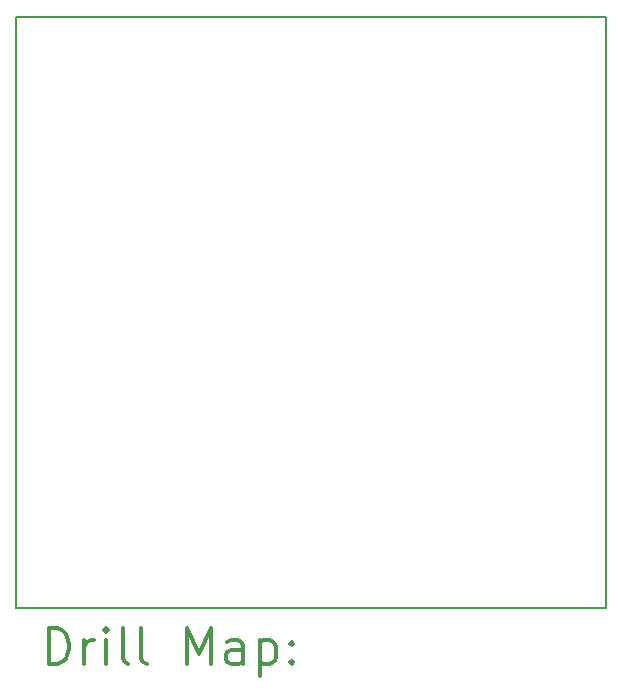
<source format=gbr>
%FSLAX45Y45*%
G04 Gerber Fmt 4.5, Leading zero omitted, Abs format (unit mm)*
G04 Created by KiCad (PCBNEW 5.0.0) date Sun Oct 21 13:39:20 2018*
%MOMM*%
%LPD*%
G01*
G04 APERTURE LIST*
%ADD10C,0.150000*%
%ADD11C,0.200000*%
%ADD12C,0.300000*%
G04 APERTURE END LIST*
D10*
X18000000Y-12500000D02*
X18000000Y-7500000D01*
X13000000Y-12500000D02*
X18000000Y-12500000D01*
X13000000Y-7500000D02*
X13000000Y-12500000D01*
X18000000Y-7500000D02*
X13000000Y-7500000D01*
D11*
D12*
X13278928Y-12973214D02*
X13278928Y-12673214D01*
X13350357Y-12673214D01*
X13393214Y-12687500D01*
X13421786Y-12716071D01*
X13436071Y-12744643D01*
X13450357Y-12801786D01*
X13450357Y-12844643D01*
X13436071Y-12901786D01*
X13421786Y-12930357D01*
X13393214Y-12958929D01*
X13350357Y-12973214D01*
X13278928Y-12973214D01*
X13578928Y-12973214D02*
X13578928Y-12773214D01*
X13578928Y-12830357D02*
X13593214Y-12801786D01*
X13607500Y-12787500D01*
X13636071Y-12773214D01*
X13664643Y-12773214D01*
X13764643Y-12973214D02*
X13764643Y-12773214D01*
X13764643Y-12673214D02*
X13750357Y-12687500D01*
X13764643Y-12701786D01*
X13778928Y-12687500D01*
X13764643Y-12673214D01*
X13764643Y-12701786D01*
X13950357Y-12973214D02*
X13921786Y-12958929D01*
X13907500Y-12930357D01*
X13907500Y-12673214D01*
X14107500Y-12973214D02*
X14078928Y-12958929D01*
X14064643Y-12930357D01*
X14064643Y-12673214D01*
X14450357Y-12973214D02*
X14450357Y-12673214D01*
X14550357Y-12887500D01*
X14650357Y-12673214D01*
X14650357Y-12973214D01*
X14921786Y-12973214D02*
X14921786Y-12816071D01*
X14907500Y-12787500D01*
X14878928Y-12773214D01*
X14821786Y-12773214D01*
X14793214Y-12787500D01*
X14921786Y-12958929D02*
X14893214Y-12973214D01*
X14821786Y-12973214D01*
X14793214Y-12958929D01*
X14778928Y-12930357D01*
X14778928Y-12901786D01*
X14793214Y-12873214D01*
X14821786Y-12858929D01*
X14893214Y-12858929D01*
X14921786Y-12844643D01*
X15064643Y-12773214D02*
X15064643Y-13073214D01*
X15064643Y-12787500D02*
X15093214Y-12773214D01*
X15150357Y-12773214D01*
X15178928Y-12787500D01*
X15193214Y-12801786D01*
X15207500Y-12830357D01*
X15207500Y-12916071D01*
X15193214Y-12944643D01*
X15178928Y-12958929D01*
X15150357Y-12973214D01*
X15093214Y-12973214D01*
X15064643Y-12958929D01*
X15336071Y-12944643D02*
X15350357Y-12958929D01*
X15336071Y-12973214D01*
X15321786Y-12958929D01*
X15336071Y-12944643D01*
X15336071Y-12973214D01*
X15336071Y-12787500D02*
X15350357Y-12801786D01*
X15336071Y-12816071D01*
X15321786Y-12801786D01*
X15336071Y-12787500D01*
X15336071Y-12816071D01*
M02*

</source>
